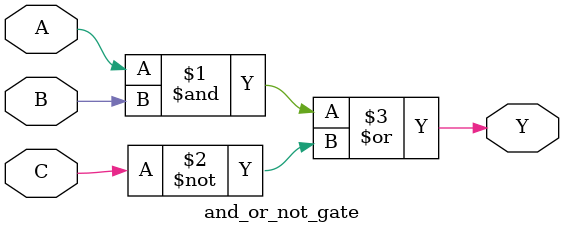
<source format=sv>
module and_or_not_gate (
    input wire A, B, C,   // 输入A, B, C
    output wire Y         // 输出Y
);
    assign Y = (A & B) | (~C);  // 与、或和非组合
endmodule

</source>
